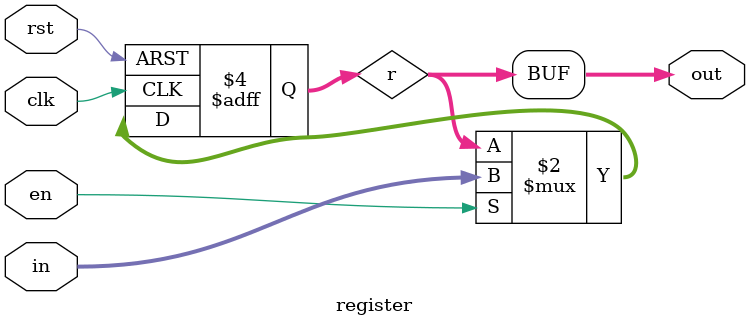
<source format=v>
module register #(parameter n = 8)(input clk, rst, en, input [n-1:0] in, output [n-1:0] out);
  reg[n-1:0] r;
  always @ (posedge clk , posedge rst)begin
    if(rst) r <= 0;
    else
      if(en)
        r <= in;
        
  end
  assign out = r;
endmodule


</source>
